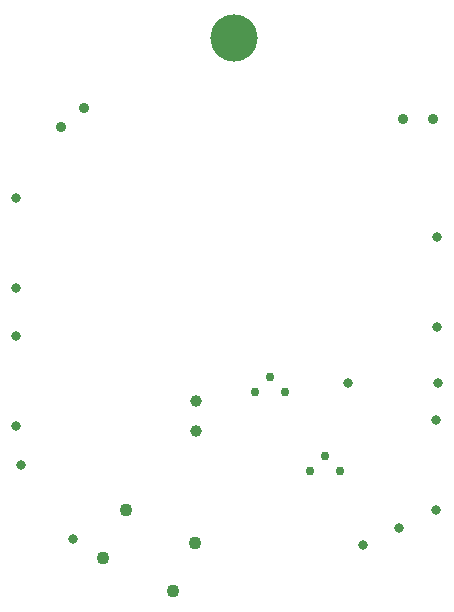
<source format=gbr>
%TF.GenerationSoftware,KiCad,Pcbnew,8.0.5*%
%TF.CreationDate,2025-05-25T21:59:33+05:00*%
%TF.ProjectId,Wings_Of_Freedom,57696e67-735f-44f6-965f-46726565646f,rev?*%
%TF.SameCoordinates,Original*%
%TF.FileFunction,Plated,1,2,PTH,Drill*%
%TF.FilePolarity,Positive*%
%FSLAX46Y46*%
G04 Gerber Fmt 4.6, Leading zero omitted, Abs format (unit mm)*
G04 Created by KiCad (PCBNEW 8.0.5) date 2025-05-25 21:59:33*
%MOMM*%
%LPD*%
G01*
G04 APERTURE LIST*
%TA.AperFunction,ComponentDrill*%
%ADD10C,0.750000*%
%TD*%
%TA.AperFunction,ComponentDrill*%
%ADD11C,0.800000*%
%TD*%
%TA.AperFunction,ComponentDrill*%
%ADD12C,0.900000*%
%TD*%
%TA.AperFunction,ComponentDrill*%
%ADD13C,1.000000*%
%TD*%
%TA.AperFunction,ComponentDrill*%
%ADD14C,1.100000*%
%TD*%
%TA.AperFunction,ViaDrill*%
%ADD15C,4.000000*%
%TD*%
G04 APERTURE END LIST*
D10*
%TO.C,Q1*%
X204547500Y-86776400D03*
X205817500Y-85506400D03*
X207087500Y-86776400D03*
%TO.C,Q2*%
X209199999Y-93450000D03*
X210470000Y-92180000D03*
X211740000Y-93450000D03*
D11*
%TO.C,R4*%
X184249998Y-70290000D03*
X184249999Y-77910001D03*
%TO.C,R3*%
X184319998Y-82019999D03*
X184320000Y-89640000D03*
%TO.C,D3*%
X184714645Y-92929060D03*
X189085300Y-99171000D03*
%TO.C,R6*%
X212419900Y-85979701D03*
%TO.C,R1*%
X213659254Y-99668403D03*
X216740700Y-98231500D03*
%TO.C,R5*%
X219819999Y-89139999D03*
X219820000Y-96760000D03*
%TO.C,R2*%
X219900000Y-73590000D03*
X219900000Y-81210000D03*
%TO.C,R6*%
X220039901Y-85979702D03*
D12*
%TO.C,D2*%
X188073293Y-64319555D03*
X190019048Y-62686873D03*
%TO.C,D1*%
X217075000Y-63600000D03*
X219615001Y-63600000D03*
D13*
%TO.C,M1*%
X199500000Y-87534999D03*
X199500000Y-90075000D03*
D14*
%TO.C,SW1*%
X191666418Y-100844167D03*
X193568199Y-96765781D03*
X197557417Y-103591185D03*
X199459200Y-99512800D03*
%TD*%
D15*
X202750000Y-56800000D03*
M02*

</source>
